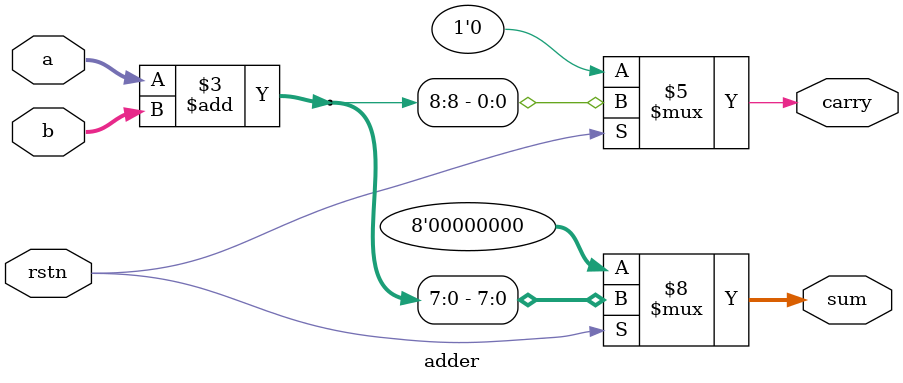
<source format=sv>
/* This file designs the adder. 
Currently the example is taken from ChipVerify, but
I plan to modify it in some way to increase learning. 
*/

module adder(
    input  logic rstn, 
    input  logic [7:0] a,
    input  logic [7:0] b,
    output logic [7:0] sum, 
    output logic carry
);

always_comb begin
    if(!rstn) begin
        sum <= 0;
        carry <= 0;
    end else begin
        {carry , sum} <= a+b;
    end
end

endmodule


</source>
